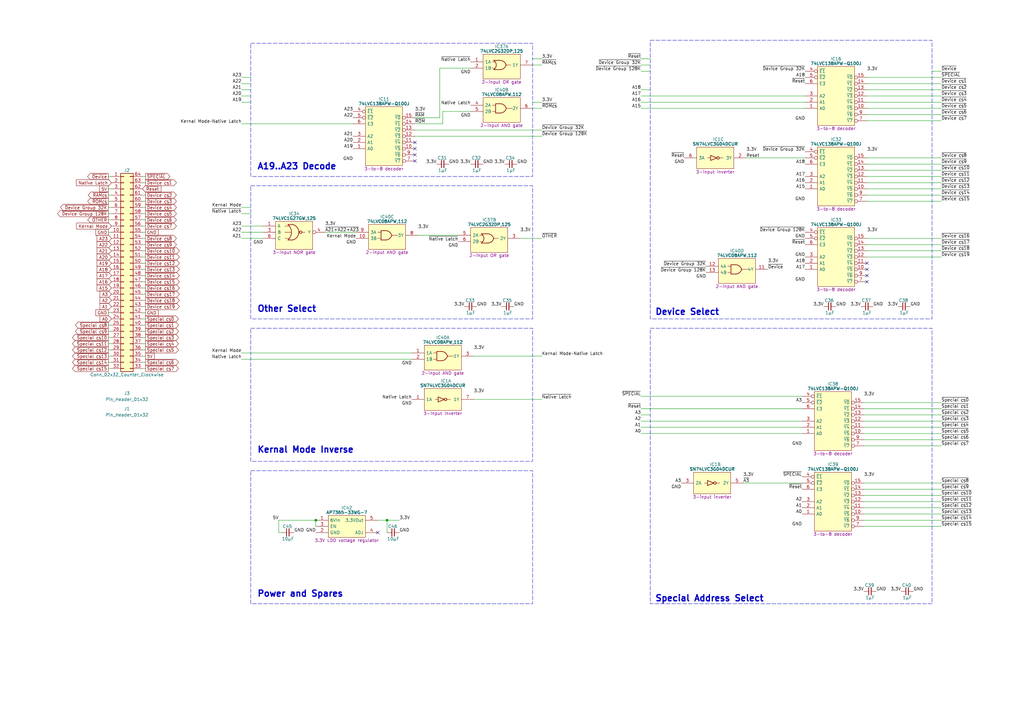
<source format=kicad_sch>
(kicad_sch (version 20231120) (generator "eeschema") (generator_version "8.0")
  (paper "A3")
  (title_block (title "MPU Address Decode Wide") (date "2024-02-15") (rev "V0"))
  (lib_symbols
    (symbol "Connector_Generic:Conn_02x32_Counter_Clockwise" (pin_names (offset 1.016) hide)
      (property "Reference" "J" (at 1.27 40.64 0))
      (property "Value" "Conn_02x32_Counter_Clockwise" (at 1.27 -43.18 0))
      (symbol "Conn_02x32_Counter_Clockwise_1_1"
        (pin passive line (at -5.08 38.1 0) (length 3.81) (name "Pin_1") (number "1"))
        (pin passive line (at -5.08 15.24 0) (length 3.81) (name "Pin_10") (number "10"))
        (pin passive line (at -5.08 12.7 0) (length 3.81) (name "Pin_11") (number "11"))
        (pin passive line (at -5.08 10.16 0) (length 3.81) (name "Pin_12") (number "12"))
        (pin passive line (at -5.08 7.62 0) (length 3.81) (name "Pin_13") (number "13"))
        (pin passive line (at -5.08 5.08 0) (length 3.81) (name "Pin_14") (number "14"))
        (pin passive line (at -5.08 2.54 0) (length 3.81) (name "Pin_15") (number "15"))
        (pin passive line (at -5.08 0 0) (length 3.81) (name "Pin_16") (number "16"))
        (pin passive line (at -5.08 -2.54 0) (length 3.81) (name "Pin_17") (number "17"))
        (pin passive line (at -5.08 -5.08 0) (length 3.81) (name "Pin_18") (number "18"))
        (pin passive line (at -5.08 -7.62 0) (length 3.81) (name "Pin_19") (number "19"))
        (pin passive line (at -5.08 35.56 0) (length 3.81) (name "Pin_2") (number "2"))
        (pin passive line (at -5.08 -10.16 0) (length 3.81) (name "Pin_20") (number "20"))
        (pin passive line (at -5.08 -12.7 0) (length 3.81) (name "Pin_21") (number "21"))
        (pin passive line (at -5.08 -15.24 0) (length 3.81) (name "Pin_22") (number "22"))
        (pin passive line (at -5.08 -17.78 0) (length 3.81) (name "Pin_23") (number "23"))
        (pin passive line (at -5.08 -20.32 0) (length 3.81) (name "Pin_24") (number "24"))
        (pin passive line (at -5.08 -22.86 0) (length 3.81) (name "Pin_25") (number "25"))
        (pin passive line (at -5.08 -25.4 0) (length 3.81) (name "Pin_26") (number "26"))
        (pin passive line (at -5.08 -27.94 0) (length 3.81) (name "Pin_27") (number "27"))
        (pin passive line (at -5.08 -30.48 0) (length 3.81) (name "Pin_28") (number "28"))
        (pin passive line (at -5.08 -33.02 0) (length 3.81) (name "Pin_29") (number "29"))
        (pin passive line (at -5.08 33.02 0) (length 3.81) (name "Pin_3") (number "3"))
        (pin passive line (at -5.08 -35.56 0) (length 3.81) (name "Pin_30") (number "30"))
        (pin passive line (at -5.08 -38.1 0) (length 3.81) (name "Pin_31") (number "31"))
        (pin passive line (at -5.08 -40.64 0) (length 3.81) (name "Pin_32") (number "32"))
        (pin passive line (at 7.62 -40.64 180) (length 3.81) (name "Pin_33") (number "33"))
        (pin passive line (at 7.62 -38.1 180) (length 3.81) (name "Pin_34") (number "34"))
        (pin passive line (at 7.62 -35.56 180) (length 3.81) (name "Pin_35") (number "35"))
        (pin passive line (at 7.62 -33.02 180) (length 3.81) (name "Pin_36") (number "36"))
        (pin passive line (at 7.62 -30.48 180) (length 3.81) (name "Pin_37") (number "37"))
        (pin passive line (at 7.62 -27.94 180) (length 3.81) (name "Pin_38") (number "38"))
        (pin passive line (at 7.62 -25.4 180) (length 3.81) (name "Pin_39") (number "39"))
        (pin passive line (at -5.08 30.48 0) (length 3.81) (name "Pin_4") (number "4"))
        (pin passive line (at 7.62 -22.86 180) (length 3.81) (name "Pin_40") (number "40"))
        (pin passive line (at 7.62 -20.32 180) (length 3.81) (name "Pin_41") (number "41"))
        (pin passive line (at 7.62 -17.78 180) (length 3.81) (name "Pin_42") (number "42"))
        (pin passive line (at 7.62 -15.24 180) (length 3.81) (name "Pin_43") (number "43"))
        (pin passive line (at 7.62 -12.7 180) (length 3.81) (name "Pin_44") (number "44"))
        (pin passive line (at 7.62 -10.16 180) (length 3.81) (name "Pin_45") (number "45"))
        (pin passive line (at 7.62 -7.62 180) (length 3.81) (name "Pin_46") (number "46"))
        (pin passive line (at 7.62 -5.08 180) (length 3.81) (name "Pin_47") (number "47"))
        (pin passive line (at 7.62 -2.54 180) (length 3.81) (name "Pin_48") (number "48"))
        (pin passive line (at 7.62 0 180) (length 3.81) (name "Pin_49") (number "49"))
        (pin passive line (at -5.08 27.94 0) (length 3.81) (name "Pin_5") (number "5"))
        (pin passive line (at 7.62 2.54 180) (length 3.81) (name "Pin_50") (number "50"))
        (pin passive line (at 7.62 5.08 180) (length 3.81) (name "Pin_51") (number "51"))
        (pin passive line (at 7.62 7.62 180) (length 3.81) (name "Pin_52") (number "52"))
        (pin passive line (at 7.62 10.16 180) (length 3.81) (name "Pin_53") (number "53"))
        (pin passive line (at 7.62 12.7 180) (length 3.81) (name "Pin_54") (number "54"))
        (pin passive line (at 7.62 15.24 180) (length 3.81) (name "Pin_55") (number "55"))
        (pin passive line (at 7.62 17.78 180) (length 3.81) (name "Pin_56") (number "56"))
        (pin passive line (at 7.62 20.32 180) (length 3.81) (name "Pin_57") (number "57"))
        (pin passive line (at 7.62 22.86 180) (length 3.81) (name "Pin_58") (number "58"))
        (pin passive line (at 7.62 25.4 180) (length 3.81) (name "Pin_59") (number "59"))
        (pin passive line (at -5.08 25.4 0) (length 3.81) (name "Pin_6") (number "6"))
        (pin passive line (at 7.62 27.94 180) (length 3.81) (name "Pin_60") (number "60"))
        (pin passive line (at 7.62 30.48 180) (length 3.81) (name "Pin_61") (number "61"))
        (pin passive line (at 7.62 33.02 180) (length 3.81) (name "Pin_62") (number "62"))
        (pin passive line (at 7.62 35.56 180) (length 3.81) (name "Pin_63") (number "63"))
        (pin passive line (at 7.62 38.1 180) (length 3.81) (name "Pin_64") (number "64"))
        (pin passive line (at -5.08 22.86 0) (length 3.81) (name "Pin_7") (number "7"))
        (pin passive line (at -5.08 20.32 0) (length 3.81) (name "Pin_8") (number "8"))
        (pin passive line (at -5.08 17.78 0) (length 3.81) (name "Pin_9") (number "9"))
      )
    )
    (symbol "Diodes_Inc:AP7365-33WG-7" (pin_names (offset 0.762))
      (property "Reference" "IC" (at 12.7 5.08 0))
      (property "Value" "AP7365-33WG-7" (at 12.7 3.175 0))
      (property "Description" "3.3V LDO voltage regulator" (at 12.7 -8.255 0))
      (symbol "AP7365-33WG-7_0_0"
        (pin passive line (at 0 -5.08 0) (length 5.08) (name "GND") (number "2"))
        (pin input line (at 0 -2.54 0) (length 5.08) (name "EN") (number "3"))
        (pin passive line (at 25.4 -5.08 180) (length 5.08) (name "ADJ") (number "4"))
      )
      (symbol "AP7365-33WG-7_1_0"
        (pin passive line (at 0 0 0) (length 5.08) (name "6VIn") (number "1"))
        (pin passive line (at 25.4 0 180) (length 5.08) (name "3.3VOut") (number "5"))
      )
    )
    (symbol "HCP65:C_0805" (pin_numbers hide) (pin_names (offset 0.254) hide)
      (property "Reference" "C" (at 2.286 2.54 0))
      (property "Value" "?μF" (at 2.54 -2.54 0))
      (symbol "C_0805_1_1"
        (pin passive line (at 0 0 0) (length 2.032) (name "~") (number "1"))
        (pin passive line (at 5.08 0 180) (length 2.032) (name "~") (number "2"))
      )
    )
    (symbol "HCP65:Pin_Header_01x32" (pin_names (offset 1.016) hide)
      (property "Reference" "J" (at 0 1.27 0))
      (property "Value" "Pin_Header_01x32" (at 0 -1.27 0))
    )
    (symbol "Nexperia:74LVC08APW,112_Multi" (pin_names (offset 0.762))
      (property "Reference" "IC" (at 12.7 6.35 0))
      (property "Value" "74LVC08APW,112" (at 12.7 4.445 0))
      (property "Description" "2-input AND gate" (at 12.7 -8.255 0))
      (symbol "74LVC08APW,112_Multi_0_0"
        (pin passive line (at 25.4 1.27 180) (length 5.08) hide (name "3V") (number "14"))
        (pin passive line (at 0 -5.08 0) (length 5.08) hide (name "GND") (number "7"))
      )
      (symbol "74LVC08APW,112_Multi_1_0"
        (pin input line (at 0 0 0) (length 5.08) (name "1A") (number "1"))
        (pin input line (at 0 -2.54 0) (length 5.08) (name "1B") (number "2"))
        (pin passive line (at 25.4 -1.27 180) (length 5.08) (name "1Y") (number "3"))
      )
      (symbol "74LVC08APW,112_Multi_2_0"
        (pin input line (at 0 0 0) (length 5.08) (name "2A") (number "4"))
        (pin input line (at 0 -2.54 0) (length 5.08) (name "2B") (number "5"))
        (pin output line (at 25.4 -1.27 180) (length 5.08) (name "2Y") (number "6"))
      )
      (symbol "74LVC08APW,112_Multi_3_0"
        (pin input line (at 0 -2.54 0) (length 5.08) (name "3B") (number "10"))
        (pin output line (at 25.4 -1.27 180) (length 5.08) (name "3Y") (number "8"))
        (pin input line (at 0 0 0) (length 5.08) (name "3A") (number "9"))
      )
      (symbol "74LVC08APW,112_Multi_4_0"
        (pin output line (at 25.4 -1.27 180) (length 5.08) (name "4Y") (number "11"))
        (pin input line (at 0 0 0) (length 5.08) (name "4A") (number "12"))
        (pin input line (at 0 -2.54 0) (length 5.08) (name "4B") (number "13"))
      )
    )
    (symbol "Nexperia:74LVC138APW-Q100J" (pin_names (offset 0.762))
      (property "Reference" "IC" (at 12.7 3.175 0))
      (property "Value" "74LVC138APW-Q100J" (at 12.7 1.27 0))
      (property "Description" "3-to-8 decoder" (at 12.7 -25.4 0))
      (symbol "74LVC138APW-Q100J_0_0"
        (pin input line (at 0 -17.145 0) (length 5.08) (name "A0") (number "1"))
        (pin output inverted (at 25.4 -17.145 180) (length 5.08) (name "~{Y5}") (number "10"))
        (pin output inverted (at 25.4 -14.605 180) (length 5.08) (name "~{Y4}") (number "11"))
        (pin output inverted (at 25.4 -12.065 180) (length 5.08) (name "~{Y3}") (number "12"))
        (pin output inverted (at 25.4 -9.525 180) (length 5.08) (name "~{Y2}") (number "13"))
        (pin output inverted (at 25.4 -6.985 180) (length 5.08) (name "~{Y1}") (number "14"))
        (pin output inverted (at 25.4 -4.445 180) (length 5.08) (name "~{Y0}") (number "15"))
        (pin passive line (at 25.4 -1.905 180) (length 5.08) hide (name "3V") (number "16"))
        (pin input line (at 0 -14.605 0) (length 5.08) (name "A1") (number "2"))
        (pin input line (at 0 -12.065 0) (length 5.08) (name "A2") (number "3"))
        (pin input line (at 0 -6.985 0) (length 5.08) (name "E3") (number "6"))
        (pin output inverted (at 25.4 -22.225 180) (length 5.08) (name "~{Y7}") (number "7"))
        (pin passive line (at 0 -22.225 0) (length 5.08) hide (name "GND") (number "8"))
        (pin output inverted (at 25.4 -19.685 180) (length 5.08) (name "~{Y6}") (number "9"))
      )
      (symbol "74LVC138APW-Q100J_1_0"
        (pin input inverted (at 0 -1.905 0) (length 5.08) (name "~{E1}") (number "4"))
        (pin input inverted (at 0 -4.445 0) (length 5.08) (name "~{E2}") (number "5"))
      )
    )
    (symbol "Nexperia:74LVC1G27GW,125" (pin_names (offset 0.762))
      (property "Reference" "IC" (at 12.7 5.08 0))
      (property "Value" "74LVC1G27GW,125" (at 12.7 3.175 0))
      (property "Description" "3-input NOR gate" (at 12.7 -10.795 0))
      (symbol "74LVC1G27GW,125_0_0"
        (pin input line (at 0 0 0) (length 5.08) (name "A") (number "1"))
        (pin passive line (at 0 -7.62 0) (length 5.08) hide (name "GND") (number "2"))
        (pin input line (at 0 -2.54 0) (length 5.08) (name "B") (number "3"))
        (pin passive line (at 25.4 0 180) (length 5.08) hide (name "3V") (number "5"))
        (pin input line (at 0 -5.08 0) (length 5.08) (name "C") (number "6"))
      )
      (symbol "74LVC1G27GW,125_1_0"
        (pin output inverted (at 25.4 -2.54 180) (length 5.08) (name "Y") (number "4"))
      )
    )
    (symbol "Nexperia:74LVC2G32DP,125_Multi" (pin_names (offset 0.762))
      (property "Reference" "IC" (at 12.7 6.35 0))
      (property "Value" "74LVC2G32DP,125" (at 12.7 4.445 0))
      (property "Description" "2-input OR gate" (at 12.7 -8.255 0))
      (symbol "74LVC2G32DP,125_Multi_0_0"
        (pin passive line (at 0 -5.08 0) (length 5.08) hide (name "GND") (number "4"))
        (pin passive line (at 25.4 1.27 180) (length 5.08) hide (name "VCC") (number "8"))
      )
      (symbol "74LVC2G32DP,125_Multi_1_0"
        (pin input line (at 0 0 0) (length 5.08) (name "1A") (number "1"))
        (pin input line (at 0 -2.54 0) (length 5.08) (name "1B") (number "2"))
        (pin output line (at 25.4 -1.27 180) (length 5.08) (name "1Y") (number "7"))
      )
      (symbol "74LVC2G32DP,125_Multi_2_0"
        (pin output line (at 25.4 -1.27 180) (length 5.08) (name "2Y") (number "3"))
        (pin input line (at 0 0 0) (length 5.08) (name "2A") (number "5"))
        (pin input line (at 0 -2.54 0) (length 5.08) (name "2B") (number "6"))
      )
    )
    (symbol "Texas_Instruments:SN74LVC3G04DCUR_Multi" (pin_names (offset 0.762))
      (property "Reference" "IC" (at 13.97 7.62 0))
      (property "Value" "SN74LVC3G04DCUR" (at 12.7 5.715 0))
      (property "Description" "3-input inverter" (at 12.7 -5.715 0))
      (symbol "SN74LVC3G04DCUR_Multi_0_0"
        (pin passive line (at 0 -2.54 0) (length 5.08) hide (name "GND") (number "4"))
        (pin passive line (at 25.4 2.54 180) (length 5.08) hide (name "3V") (number "8"))
      )
      (symbol "SN74LVC3G04DCUR_Multi_1_0"
        (pin input line (at 0 0 0) (length 5.08) (name "1A") (number "1"))
        (pin output line (at 25.4 0 180) (length 5.08) (name "1Y") (number "7"))
      )
      (symbol "SN74LVC3G04DCUR_Multi_2_0"
        (pin input line (at 0 0 0) (length 5.08) (name "2A") (number "3"))
        (pin output line (at 25.4 0 180) (length 5.08) (name "2Y") (number "5"))
      )
      (symbol "SN74LVC3G04DCUR_Multi_3_0"
        (pin output line (at 25.4 0 180) (length 5.08) (name "3Y") (number "2"))
        (pin input line (at 0 0 0) (length 5.08) (name "3A") (number "6"))
      )
    )
  )
  (junction (at 129.54 213.36))
  (junction (at 158.75 213.36))
  (no_connect (at 355.6 110.49))
  (no_connect (at 154.94 218.44))
  (no_connect (at 170.18 63.5))
  (no_connect (at 170.18 60.96))
  (no_connect (at 170.18 58.42))
  (no_connect (at 355.6 107.95))
  (no_connect (at 355.6 115.57))
  (no_connect (at 170.18 66.04))
  (no_connect (at 355.6 113.03))
  (wire (pts (xy 386.08 97.79) (xy 355.6 97.79)))
  (wire (pts (xy 99.06 147.32) (xy 168.91 147.32)))
  (wire (pts (xy 59.69 148.59) (xy 58.42 148.59)))
  (wire (pts (xy 59.69 123.19) (xy 58.42 123.19)))
  (wire (pts (xy 386.08 36.83) (xy 355.6 36.83)))
  (wire (pts (xy 262.89 41.91) (xy 330.2 41.91)))
  (wire (pts (xy 262.89 172.72) (xy 328.93 172.72)))
  (wire (pts (xy 386.08 213.36) (xy 354.33 213.36)))
  (wire (pts (xy 99.06 39.37) (xy 102.87 39.37)))
  (wire (pts (xy 158.75 218.44) (xy 158.75 213.36)))
  (wire (pts (xy 59.69 74.93) (xy 58.42 74.93)))
  (wire (pts (xy 114.3 218.44) (xy 115.57 218.44)))
  (wire (pts (xy 59.69 128.27) (xy 58.42 128.27)))
  (wire (pts (xy 99.06 31.75) (xy 102.87 31.75)))
  (wire (pts (xy 59.69 143.51) (xy 58.42 143.51)))
  (wire (pts (xy 386.08 167.64) (xy 354.33 167.64)))
  (wire (pts (xy 170.18 55.88) (xy 222.25 55.88)))
  (wire (pts (xy 59.69 113.03) (xy 58.42 113.03)))
  (wire (pts (xy 262.89 26.67) (xy 266.7 26.67)))
  (wire (pts (xy 99.06 92.71) (xy 107.95 92.71)))
  (wire (pts (xy 59.69 115.57) (xy 58.42 115.57)))
  (wire (pts (xy 59.69 130.81) (xy 58.42 130.81)))
  (wire (pts (xy 180.34 27.94) (xy 180.34 48.26)))
  (wire (pts (xy 386.08 205.74) (xy 354.33 205.74)))
  (wire (pts (xy 386.08 44.45) (xy 355.6 44.45)))
  (wire (pts (xy 59.69 87.63) (xy 58.42 87.63)))
  (wire (pts (xy 44.45 138.43) (xy 45.72 138.43)))
  (wire (pts (xy 386.08 80.01) (xy 355.6 80.01)))
  (wire (pts (xy 386.08 165.1) (xy 354.33 165.1)))
  (wire (pts (xy 44.45 77.47) (xy 45.72 77.47)))
  (wire (pts (xy 59.69 140.97) (xy 58.42 140.97)))
  (wire (pts (xy 44.45 140.97) (xy 45.72 140.97)))
  (wire (pts (xy 262.89 167.64) (xy 328.93 167.64)))
  (wire (pts (xy 386.08 182.88) (xy 354.33 182.88)))
  (wire (pts (xy 170.18 53.34) (xy 222.25 53.34)))
  (wire (pts (xy 194.31 163.83) (xy 222.25 163.83)))
  (wire (pts (xy 99.06 41.91) (xy 102.87 41.91)))
  (wire (pts (xy 158.75 213.36) (xy 163.83 213.36)))
  (wire (pts (xy 59.69 100.33) (xy 58.42 100.33)))
  (wire (pts (xy 306.07 64.77) (xy 330.2 64.77)))
  (wire (pts (xy 222.25 41.91) (xy 218.44 41.91)))
  (wire (pts (xy 222.25 97.79) (xy 213.36 97.79)))
  (wire (pts (xy 44.45 72.39) (xy 45.72 72.39)))
  (wire (pts (xy 386.08 39.37) (xy 355.6 39.37)))
  (wire (pts (xy 386.08 208.28) (xy 354.33 208.28)))
  (wire (pts (xy 262.89 175.26) (xy 328.93 175.26)))
  (wire (pts (xy 44.45 143.51) (xy 45.72 143.51)))
  (wire (pts (xy 99.06 95.25) (xy 107.95 95.25)))
  (wire (pts (xy 59.69 125.73) (xy 58.42 125.73)))
  (wire (pts (xy 304.8 198.12) (xy 328.93 198.12)))
  (wire (pts (xy 59.69 85.09) (xy 58.42 85.09)))
  (wire (pts (xy 59.69 97.79) (xy 58.42 97.79)))
  (wire (pts (xy 59.69 118.11) (xy 58.42 118.11)))
  (wire (pts (xy 59.69 95.25) (xy 58.42 95.25)))
  (wire (pts (xy 44.45 135.89) (xy 45.72 135.89)))
  (wire (pts (xy 44.45 90.17) (xy 45.72 90.17)))
  (wire (pts (xy 222.25 44.45) (xy 218.44 44.45)))
  (wire (pts (xy 262.89 177.8) (xy 328.93 177.8)))
  (wire (pts (xy 59.69 151.13) (xy 58.42 151.13)))
  (wire (pts (xy 44.45 85.09) (xy 45.72 85.09)))
  (wire (pts (xy 44.45 87.63) (xy 45.72 87.63)))
  (wire (pts (xy 59.69 90.17) (xy 58.42 90.17)))
  (wire (pts (xy 99.06 50.8) (xy 144.78 50.8)))
  (wire (pts (xy 59.69 120.65) (xy 58.42 120.65)))
  (wire (pts (xy 386.08 177.8) (xy 354.33 177.8)))
  (wire (pts (xy 180.34 27.94) (xy 193.04 27.94)))
  (wire (pts (xy 386.08 82.55) (xy 355.6 82.55)))
  (wire (pts (xy 386.08 170.18) (xy 354.33 170.18)))
  (wire (pts (xy 44.45 95.25) (xy 45.72 95.25)))
  (wire (pts (xy 44.45 133.35) (xy 45.72 133.35)))
  (wire (pts (xy 99.06 36.83) (xy 102.87 36.83)))
  (wire (pts (xy 386.08 200.66) (xy 354.33 200.66)))
  (wire (pts (xy 99.06 85.09) (xy 102.87 85.09)))
  (wire (pts (xy 262.89 162.56) (xy 328.93 162.56)))
  (wire (pts (xy 44.45 148.59) (xy 45.72 148.59)))
  (wire (pts (xy 59.69 105.41) (xy 58.42 105.41)))
  (wire (pts (xy 44.45 128.27) (xy 45.72 128.27)))
  (wire (pts (xy 386.08 210.82) (xy 354.33 210.82)))
  (wire (pts (xy 129.54 213.36) (xy 129.54 215.9)))
  (wire (pts (xy 386.08 69.85) (xy 355.6 69.85)))
  (wire (pts (xy 133.35 95.25) (xy 146.05 95.25)))
  (wire (pts (xy 262.89 44.45) (xy 330.2 44.45)))
  (wire (pts (xy 222.25 146.05) (xy 194.31 146.05)))
  (wire (pts (xy 222.25 26.67) (xy 218.44 26.67)))
  (wire (pts (xy 99.06 144.78) (xy 168.91 144.78)))
  (wire (pts (xy 386.08 105.41) (xy 355.6 105.41)))
  (wire (pts (xy 99.06 97.79) (xy 107.95 97.79)))
  (wire (pts (xy 181.61 45.72) (xy 181.61 50.8)))
  (wire (pts (xy 59.69 72.39) (xy 58.42 72.39)))
  (wire (pts (xy 386.08 64.77) (xy 355.6 64.77)))
  (wire (pts (xy 154.94 213.36) (xy 158.75 213.36)))
  (wire (pts (xy 59.69 80.01) (xy 58.42 80.01)))
  (wire (pts (xy 114.3 213.36) (xy 114.3 218.44)))
  (wire (pts (xy 44.45 151.13) (xy 45.72 151.13)))
  (wire (pts (xy 44.45 146.05) (xy 45.72 146.05)))
  (wire (pts (xy 59.69 107.95) (xy 58.42 107.95)))
  (wire (pts (xy 262.89 39.37) (xy 330.2 39.37)))
  (wire (pts (xy 99.06 34.29) (xy 102.87 34.29)))
  (wire (pts (xy 44.45 80.01) (xy 45.72 80.01)))
  (wire (pts (xy 59.69 133.35) (xy 58.42 133.35)))
  (wire (pts (xy 386.08 72.39) (xy 355.6 72.39)))
  (wire (pts (xy 386.08 175.26) (xy 354.33 175.26)))
  (wire (pts (xy 99.06 87.63) (xy 102.87 87.63)))
  (wire (pts (xy 386.08 100.33) (xy 355.6 100.33)))
  (wire (pts (xy 386.08 180.34) (xy 354.33 180.34)))
  (wire (pts (xy 170.18 48.26) (xy 180.34 48.26)))
  (wire (pts (xy 262.89 170.18) (xy 266.7 170.18)))
  (wire (pts (xy 170.18 50.8) (xy 181.61 50.8)))
  (wire (pts (xy 386.08 203.2) (xy 354.33 203.2)))
  (wire (pts (xy 59.69 102.87) (xy 58.42 102.87)))
  (wire (pts (xy 59.69 135.89) (xy 58.42 135.89)))
  (wire (pts (xy 386.08 34.29) (xy 355.6 34.29)))
  (wire (pts (xy 386.08 46.99) (xy 355.6 46.99)))
  (wire (pts (xy 386.08 67.31) (xy 355.6 67.31)))
  (wire (pts (xy 262.89 36.83) (xy 266.7 36.83)))
  (wire (pts (xy 59.69 146.05) (xy 58.42 146.05)))
  (wire (pts (xy 262.89 24.13) (xy 266.7 24.13)))
  (wire (pts (xy 386.08 41.91) (xy 355.6 41.91)))
  (wire (pts (xy 386.08 49.53) (xy 355.6 49.53)))
  (wire (pts (xy 382.27 29.21) (xy 386.08 29.21)))
  (wire (pts (xy 181.61 45.72) (xy 193.04 45.72)))
  (wire (pts (xy 59.69 82.55) (xy 58.42 82.55)))
  (wire (pts (xy 44.45 82.55) (xy 45.72 82.55)))
  (wire (pts (xy 386.08 77.47) (xy 355.6 77.47)))
  (wire (pts (xy 59.69 92.71) (xy 58.42 92.71)))
  (wire (pts (xy 386.08 31.75) (xy 355.6 31.75)))
  (wire (pts (xy 262.89 29.21) (xy 266.7 29.21)))
  (wire (pts (xy 386.08 215.9) (xy 354.33 215.9)))
  (wire (pts (xy 386.08 198.12) (xy 354.33 198.12)))
  (wire (pts (xy 59.69 110.49) (xy 58.42 110.49)))
  (wire (pts (xy 386.08 172.72) (xy 354.33 172.72)))
  (wire (pts (xy 114.3 213.36) (xy 129.54 213.36)))
  (wire (pts (xy 222.25 24.13) (xy 218.44 24.13)))
  (wire (pts (xy 386.08 74.93) (xy 355.6 74.93)))
  (wire (pts (xy 171.45 96.52) (xy 187.96 96.52)))
  (wire (pts (xy 386.08 102.87) (xy 355.6 102.87)))
  (wire (pts (xy 59.69 138.43) (xy 58.42 138.43)))
  (rectangle (start 266.7 16.51) (end 382.27 130.81) (stroke (width 0) (type dash)))
  (rectangle (start 102.87 17.78) (end 218.44 72.39) (stroke (width 0) (type dash)))
  (rectangle (start 102.87 193.04) (end 218.44 247.65) (stroke (width 0) (type dash)))
  (rectangle (start 266.7 134.62) (end 382.27 247.65) (stroke (width 0) (type dash)))
  (rectangle (start 102.87 76.2) (end 218.44 130.81) (stroke (width 0) (type dash)))
  (rectangle (start 102.87 134.62) (end 218.44 189.23) (stroke (width 0) (type dash)))
  (text "A19..A23 Decode" (at 105.41 69.85 0) (effects (font (size 2.54 2.54) (thickness 0.508) (bold yes)) (justify left bottom)))
  (text "Power and Spares" (at 105.41 245.11 0) (effects (font (size 2.54 2.54) (thickness 0.508) (bold yes)) (justify left bottom)))
  (text "Special Address Select" (at 268.605 247.015 0) (effects (font (size 2.54 2.54) (thickness 0.508) (bold yes)) (justify left bottom)))
  (text "Kernal Mode Inverse" (at 105.41 186.055 0) (effects (font (size 2.54 2.54) (thickness 0.508) (bold yes)) (justify left bottom)))
  (text "Device Select" (at 268.605 129.54 0) (effects (font (size 2.54 2.54) (thickness 0.508) (bold yes)) (justify left bottom)))
  (text "Other Select" (at 105.41 128.27 0) (effects (font (size 2.54 2.54) (thickness 0.508) (bold yes)) (justify left bottom)))
  (label "A23" (at 99.06 92.71 180))
  (label "A3" (at 262.89 170.18 180))
  (label "~{Device}" (at 314.96 110.49 0))
  (label "3.3V" (at 213.36 95.25 0))
  (label "A15" (at 262.89 44.45 180))
  (label "3.3V" (at 133.35 92.71 0))
  (label "A19" (at 99.06 41.91 180))
  (label "GND" (at 358.14 125.73 0))
  (label "A15" (at 330.2 77.47 180))
  (label "3.3V" (at 304.8 195.58 0))
  (label "GND" (at 330.2 115.57 180))
  (label "3.3V" (at 355.6 95.25 0))
  (label "GND" (at 330.2 105.41 180))
  (label "3.3V" (at 369.57 242.57 180))
  (label "GND" (at 373.38 125.73 0))
  (label "A2" (at 262.89 172.72 180))
  (label "~{Special _{CS}12}" (at 386.08 208.28 0))
  (label "~{Special _{CS}7}" (at 386.08 182.88 0))
  (label "~{Special _{CS}15}" (at 386.08 215.9 0))
  (label "A22" (at 144.78 48.26 180))
  (label "GND" (at 129.54 218.44 180))
  (label "GND" (at 168.91 166.37 180))
  (label "3.3V" (at 170.18 45.72 0))
  (label "3.3V" (at 368.3 125.73 180))
  (label "A21" (at 99.06 36.83 180))
  (label "~{Special _{CS}3}" (at 386.08 172.72 0))
  (label "~{Reset}" (at 262.89 167.64 180))
  (label "A17" (at 330.2 110.49 180))
  (label "~{Device _{CS}18}" (at 386.08 102.87 0))
  (label "A3" (at 328.93 165.1 180))
  (label "~{ROM_{CS}}" (at 222.25 44.45 0))
  (label "~{Special _{CS}5}" (at 386.08 177.8 0))
  (label "~{Native Latch}" (at 222.25 163.83 0))
  (label "3.3V" (at 179.07 67.31 180))
  (label "3.3V" (at 355.6 29.21 0))
  (label "3.3V" (at 222.25 24.13 0))
  (label "A3" (at 279.4 198.12 180))
  (label "A17" (at 262.89 39.37 180))
  (label "~{Device Group 32K}" (at 330.2 29.21 180))
  (label "~{Special _{CS}2}" (at 386.08 170.18 0))
  (label "~{Device _{CS}16}" (at 386.08 97.79 0))
  (label "GND" (at 280.67 67.31 180))
  (label "~{Device _{CS}8}" (at 386.08 64.77 0))
  (label "A0" (at 328.93 210.82 180))
  (label "A22" (at 99.06 34.29 180))
  (label "GND" (at 279.4 200.66 180))
  (label "3.3V" (at 314.96 107.95 0))
  (label "~{Device _{CS}17}" (at 386.08 100.33 0))
  (label "~{Native Latch}" (at 99.06 87.63 180))
  (label "3.3V" (at 163.83 213.36 0))
  (label "~{Device Group 32K}" (at 289.56 109.22 180))
  (label "~{RAM_{CS}}" (at 222.25 26.67 0))
  (label "GND" (at 359.41 242.57 0))
  (label "A20" (at 99.06 39.37 180))
  (label "Kernal Mode" (at 99.06 144.78 180))
  (label "~{Device Group 32K}" (at 262.89 26.67 180))
  (label "~{Device _{CS}3}" (at 386.08 39.37 0))
  (label "Reset" (at 306.07 64.77 0))
  (label "Native Latch" (at 99.06 147.32 180))
  (label "A0" (at 262.89 177.8 180))
  (label "~{Device _{CS}13}" (at 386.08 77.47 0))
  (label "~{Device}" (at 386.08 29.21 0))
  (label "GND" (at 328.93 215.9 180))
  (label "~{Device _{CS}9}" (at 386.08 67.31 0))
  (label "~{Device Group 32K}" (at 222.25 53.34 0))
  (label "3.3V" (at 337.82 125.73 180))
  (label "Native Latch" (at 168.91 163.83 180))
  (label "~{Native Latch}" (at 193.04 25.4 180))
  (label "~{Special _{CS}9}" (at 386.08 200.66 0))
  (label "A18" (at 330.2 107.95 180))
  (label "~{Special _{CS}8}" (at 386.08 198.12 0))
  (label "~{A21+A22+A23}" (at 133.35 95.25 0))
  (label "A19" (at 144.78 60.96 180))
  (label "A21" (at 144.78 55.88 180))
  (label "~{Device _{CS}19}" (at 386.08 105.41 0))
  (label "~{Reset}" (at 280.67 64.77 180))
  (label "GND" (at 289.56 114.3 180))
  (label "~{Device _{CS}5}" (at 386.08 44.45 0))
  (label "3.3V" (at 205.74 125.73 180))
  (label "~{Device _{CS}2}" (at 386.08 36.83 0))
  (label "A16" (at 330.2 74.93 180))
  (label "~{SPECIAL}" (at 262.89 162.56 180))
  (label "~{Special _{CS}10}" (at 386.08 203.2 0))
  (label "GND" (at 374.65 242.57 0))
  (label "GND" (at 330.2 97.79 180))
  (label "A18" (at 262.89 36.83 180))
  (label "3.3V" (at 355.6 62.23 0))
  (label "~{Device _{CS}1}" (at 386.08 34.29 0))
  (label "GND" (at 184.15 67.31 0))
  (label "GND" (at 212.09 67.31 0))
  (label "3.3V" (at 194.31 143.51 0))
  (label "~{Reset}" (at 328.93 200.66 180))
  (label "GND" (at 193.04 48.26 180))
  (label "GND" (at 210.82 125.73 0))
  (label "~{Device Group 128K}" (at 262.89 29.21 180))
  (label "A20" (at 144.78 58.42 180))
  (label "~{Device _{CS}12}" (at 386.08 74.93 0))
  (label "~{A3}" (at 304.8 198.12 0))
  (label "~{Device Group 128K}" (at 222.25 55.88 0))
  (label "GND" (at 107.95 100.33 180))
  (label "A18" (at 330.2 31.75 180))
  (label "3.3V" (at 353.06 125.73 180))
  (label "3.3V" (at 354.33 242.57 180))
  (label "GND" (at 195.58 125.73 0))
  (label "~{Special _{CS}6}" (at 386.08 180.34 0))
  (label "~{RAM}" (at 170.18 48.26 0))
  (label "A18" (at 330.2 67.31 180))
  (label "~{SPECIAL}" (at 328.93 195.58 180))
  (label "A23" (at 99.06 31.75 180))
  (label "3.3V" (at 306.07 62.23 0))
  (label "~{Device _{CS}14}" (at 386.08 80.01 0))
  (label "3.3V" (at 193.04 67.31 180))
  (label "GND" (at 330.2 49.53 180))
  (label "3.3V" (at 354.33 162.56 0))
  (label "~{Device Group 32K}" (at 330.2 62.23 180))
  (label "~{Native Latch}" (at 187.96 99.06 180))
  (label "3.3V" (at 194.31 161.29 0))
  (label "A16" (at 262.89 41.91 180))
  (label "GND" (at 163.83 218.44 0))
  (label "~{Special _{CS}11}" (at 386.08 205.74 0))
  (label "A17" (at 330.2 72.39 180))
  (label "~{Reset}" (at 262.89 24.13 180))
  (label "~{SPECIAL}" (at 386.08 31.75 0))
  (label "Kernal Mode·Native Latch" (at 222.25 146.05 0))
  (label "Native Latch" (at 193.04 43.18 180))
  (label "GND" (at 146.05 100.33 180))
  (label "~{Device Group 128K}" (at 289.56 111.76 180))
  (label "~{OTHER}" (at 222.25 97.79 0))
  (label "GND" (at 328.93 182.88 180))
  (label "5V" (at 114.3 213.36 180))
  (label "A23" (at 144.78 45.72 180))
  (label "Kernal Mode·Native Latch" (at 99.06 50.8 180))
  (label "~{Device _{CS}11}" (at 386.08 72.39 0))
  (label "Kernal Mode" (at 99.06 85.09 180))
  (label "A2" (at 328.93 205.74 180))
  (label "~{Device Group 128K}" (at 330.2 95.25 180))
  (label "3.3V" (at 171.45 93.98 0))
  (label "3.3V" (at 207.01 67.31 180))
  (label "GND" (at 193.04 30.48 180))
  (label "3.3V" (at 354.33 195.58 0))
  (label "~{Special _{CS}1}" (at 386.08 167.64 0))
  (label "GND" (at 198.12 67.31 0))
  (label "Kernal Mode" (at 146.05 97.79 180))
  (label "~{Special _{CS}4}" (at 386.08 175.26 0))
  (label "~{Special _{CS}14}" (at 386.08 213.36 0))
  (label "~{Special _{CS}0}" (at 386.08 165.1 0))
  (label "3.3V" (at 222.25 41.91 0))
  (label "GND" (at 144.78 66.04 180))
  (label "GND" (at 168.91 149.86 180))
  (label "~{Device _{CS}4}" (at 386.08 41.91 0))
  (label "GND" (at 120.65 218.44 0))
  (label "3.3V" (at 190.5 125.73 180))
  (label "~{Device _{CS}15}" (at 386.08 82.55 0))
  (label "~{Device _{CS}6}" (at 386.08 46.99 0))
  (label "A21" (at 99.06 97.79 180))
  (label "GND" (at 342.9 125.73 0))
  (label "~{ROM}" (at 170.18 50.8 0))
  (label "~{Reset}" (at 330.2 100.33 180))
  (label "~{Device _{CS}7}" (at 386.08 49.53 0))
  (label "GND" (at 330.2 82.55 180))
  (label "~{Reset}" (at 330.2 34.29 180))
  (label "A1" (at 328.93 208.28 180))
  (label "~{Special _{CS}13}" (at 386.08 210.82 0))
  (label "A1" (at 262.89 175.26 180))
  (label "GND" (at 187.96 101.6 180))
  (label "~{Device _{CS}10}" (at 386.08 69.85 0))
  (label "A22" (at 99.06 95.25 180))
  (global_label "~{Device _{CS}6}" (shape output) (at 59.69 90.17 0) (property "Intersheetrefs" "${INTERSHEET_REFS}" (effects (hide yes))))
  (global_label "~{Device _{CS}11}" (shape output) (at 59.69 105.41 0) (property "Intersheetrefs" "${INTERSHEET_REFS}" (effects (hide yes))))
  (global_label "A0" (shape input) (at 45.72 130.81 180) (property "Intersheetrefs" "${INTERSHEET_REFS}" (effects (hide yes))))
  (global_label "Kernal Mode" (shape input) (at 45.72 92.71 180) (property "Intersheetrefs" "${INTERSHEET_REFS}" (effects (hide yes))))
  (global_label "~{SPECIAL}" (shape output) (at 59.69 72.39 0) (property "Intersheetrefs" "${INTERSHEET_REFS}" (effects (hide yes))))
  (global_label "~{Special _{CS}11}" (shape output) (at 44.45 140.97 180) (property "Intersheetrefs" "${INTERSHEET_REFS}" (effects (hide yes))))
  (global_label "~{Special _{CS}13}" (shape output) (at 44.45 146.05 180) (property "Intersheetrefs" "${INTERSHEET_REFS}" (effects (hide yes))))
  (global_label "~{Device _{CS}9}" (shape output) (at 59.69 100.33 0) (property "Intersheetrefs" "${INTERSHEET_REFS}" (effects (hide yes))))
  (global_label "~{Device _{CS}13}" (shape output) (at 59.69 110.49 0) (property "Intersheetrefs" "${INTERSHEET_REFS}" (effects (hide yes))))
  (global_label "~{Special _{CS}12}" (shape output) (at 44.45 143.51 180) (property "Intersheetrefs" "${INTERSHEET_REFS}" (effects (hide yes))))
  (global_label "~{Special _{CS}9}" (shape output) (at 44.45 135.89 180) (property "Intersheetrefs" "${INTERSHEET_REFS}" (effects (hide yes))))
  (global_label "~{Device _{CS}5}" (shape output) (at 59.69 87.63 0) (property "Intersheetrefs" "${INTERSHEET_REFS}" (effects (hide yes))))
  (global_label "A23" (shape input) (at 45.72 97.79 180) (property "Intersheetrefs" "${INTERSHEET_REFS}" (effects (hide yes))))
  (global_label "A15" (shape input) (at 45.72 118.11 180) (property "Intersheetrefs" "${INTERSHEET_REFS}" (effects (hide yes))))
  (global_label "A3" (shape input) (at 45.72 120.65 180) (property "Intersheetrefs" "${INTERSHEET_REFS}" (effects (hide yes))))
  (global_label "~{Device _{CS}17}" (shape output) (at 59.69 120.65 0) (property "Intersheetrefs" "${INTERSHEET_REFS}" (effects (hide yes))))
  (global_label "A16" (shape input) (at 45.72 115.57 180) (property "Intersheetrefs" "${INTERSHEET_REFS}" (effects (hide yes))))
  (global_label "~{Device Group 128K}" (shape output) (at 44.45 87.63 180) (property "Intersheetrefs" "${INTERSHEET_REFS}" (effects (hide yes))))
  (global_label "~{Device _{CS}8}" (shape output) (at 59.69 97.79 0) (property "Intersheetrefs" "${INTERSHEET_REFS}" (effects (hide yes))))
  (global_label "~{Special _{CS}2}" (shape output) (at 59.69 135.89 0) (property "Intersheetrefs" "${INTERSHEET_REFS}" (effects (hide yes))))
  (global_label "~{Device _{CS}10}" (shape output) (at 59.69 102.87 0) (property "Intersheetrefs" "${INTERSHEET_REFS}" (effects (hide yes))))
  (global_label "~{Special _{CS}7}" (shape output) (at 59.69 151.13 0) (property "Intersheetrefs" "${INTERSHEET_REFS}" (effects (hide yes))))
  (global_label "5V" (shape passive) (at 44.45 77.47 180) (property "Intersheetrefs" "${INTERSHEET_REFS}" (effects (hide yes))))
  (global_label "~{Special _{CS}14}" (shape output) (at 44.45 148.59 180) (property "Intersheetrefs" "${INTERSHEET_REFS}" (effects (hide yes))))
  (global_label "~{Device _{CS}3}" (shape output) (at 59.69 82.55 0) (property "Intersheetrefs" "${INTERSHEET_REFS}" (effects (hide yes))))
  (global_label "A1" (shape input) (at 45.72 125.73 180) (property "Intersheetrefs" "${INTERSHEET_REFS}" (effects (hide yes))))
  (global_label "~{Device _{CS}19}" (shape output) (at 59.69 125.73 0) (property "Intersheetrefs" "${INTERSHEET_REFS}" (effects (hide yes))))
  (global_label "GND" (shape passive) (at 44.45 128.27 180) (property "Intersheetrefs" "${INTERSHEET_REFS}" (effects (hide yes))))
  (global_label "~{Special _{CS}3}" (shape output) (at 59.69 138.43 0) (property "Intersheetrefs" "${INTERSHEET_REFS}" (effects (hide yes))))
  (global_label "~{Device}" (shape output) (at 44.45 72.39 180) (property "Intersheetrefs" "${INTERSHEET_REFS}" (effects (hide yes))))
  (global_label "~{Special _{CS}8}" (shape output) (at 44.45 133.35 180) (property "Intersheetrefs" "${INTERSHEET_REFS}" (effects (hide yes))))
  (global_label "~{RAM_{CS}}" (shape output) (at 44.45 80.01 180) (property "Intersheetrefs" "${INTERSHEET_REFS}" (effects (hide yes))))
  (global_label "~{Special _{CS}10}" (shape output) (at 44.45 138.43 180) (property "Intersheetrefs" "${INTERSHEET_REFS}" (effects (hide yes))))
  (global_label "~{Special _{CS}1}" (shape output) (at 59.69 133.35 0) (property "Intersheetrefs" "${INTERSHEET_REFS}" (effects (hide yes))))
  (global_label "GND" (shape passive) (at 59.69 95.25 0) (property "Intersheetrefs" "${INTERSHEET_REFS}" (effects (hide yes))))
  (global_label "~{Special _{CS}6}" (shape output) (at 59.69 148.59 0) (property "Intersheetrefs" "${INTERSHEET_REFS}" (effects (hide yes))))
  (global_label "~{Special _{CS}0}" (shape output) (at 59.69 130.81 0) (property "Intersheetrefs" "${INTERSHEET_REFS}" (effects (hide yes))))
  (global_label "GND" (shape passive) (at 44.45 95.25 180) (property "Intersheetrefs" "${INTERSHEET_REFS}" (effects (hide yes))))
  (global_label "~{Device _{CS}2}" (shape output) (at 59.69 80.01 0) (property "Intersheetrefs" "${INTERSHEET_REFS}" (effects (hide yes))))
  (global_label "GND" (shape passive) (at 59.69 128.27 0) (property "Intersheetrefs" "${INTERSHEET_REFS}" (effects (hide yes))))
  (global_label "~{Device _{CS}1}" (shape output) (at 59.69 74.93 0) (property "Intersheetrefs" "${INTERSHEET_REFS}" (effects (hide yes))))
  (global_label "~{Device _{CS}16}" (shape output) (at 59.69 118.11 0) (property "Intersheetrefs" "${INTERSHEET_REFS}" (effects (hide yes))))
  (global_label "~{Device Group 32K}" (shape output) (at 44.45 85.09 180) (property "Intersheetrefs" "${INTERSHEET_REFS}" (effects (hide yes))))
  (global_label "~{ROM_{CS}}" (shape output) (at 44.45 82.55 180) (property "Intersheetrefs" "${INTERSHEET_REFS}" (effects (hide yes))))
  (global_label "~{Device _{CS}4}" (shape output) (at 59.69 85.09 0) (property "Intersheetrefs" "${INTERSHEET_REFS}" (effects (hide yes))))
  (global_label "~{Special _{CS}15}" (shape output) (at 44.45 151.13 180) (property "Intersheetrefs" "${INTERSHEET_REFS}" (effects (hide yes))))
  (global_label "~{OTHER}" (shape output) (at 44.45 90.17 180) (property "Intersheetrefs" "${INTERSHEET_REFS}" (effects (hide yes))))
  (global_label "A20" (shape input) (at 45.72 105.41 180) (property "Intersheetrefs" "${INTERSHEET_REFS}" (effects (hide yes))))
  (global_label "~{Device _{CS}18}" (shape output) (at 59.69 123.19 0) (property "Intersheetrefs" "${INTERSHEET_REFS}" (effects (hide yes))))
  (global_label "A2" (shape input) (at 45.72 123.19 180) (property "Intersheetrefs" "${INTERSHEET_REFS}" (effects (hide yes))))
  (global_label "~{Device _{CS}14}" (shape output) (at 59.69 113.03 0) (property "Intersheetrefs" "${INTERSHEET_REFS}" (effects (hide yes))))
  (global_label "~{Device _{CS}7}" (shape output) (at 59.69 92.71 0) (property "Intersheetrefs" "${INTERSHEET_REFS}" (effects (hide yes))))
  (global_label "A19" (shape input) (at 45.72 107.95 180) (property "Intersheetrefs" "${INTERSHEET_REFS}" (effects (hide yes))))
  (global_label "A17" (shape input) (at 45.72 113.03 180) (property "Intersheetrefs" "${INTERSHEET_REFS}" (effects (hide yes))))
  (global_label "A22" (shape input) (at 45.72 100.33 180) (property "Intersheetrefs" "${INTERSHEET_REFS}" (effects (hide yes))))
  (global_label "~{Device _{CS}15}" (shape output) (at 59.69 115.57 0) (property "Intersheetrefs" "${INTERSHEET_REFS}" (effects (hide yes))))
  (global_label "5V" (shape passive) (at 59.69 146.05 0) (property "Intersheetrefs" "${INTERSHEET_REFS}" (effects (hide yes))))
  (global_label "A18" (shape input) (at 45.72 110.49 180) (property "Intersheetrefs" "${INTERSHEET_REFS}" (effects (hide yes))))
  (global_label "~{Special _{CS}5}" (shape output) (at 59.69 143.51 0) (property "Intersheetrefs" "${INTERSHEET_REFS}" (effects (hide yes))))
  (global_label "~{Reset}" (shape input) (at 58.42 77.47 0) (property "Intersheetrefs" "${INTERSHEET_REFS}" (effects (hide yes))))
  (global_label "~{Device _{CS}12}" (shape output) (at 59.69 107.95 0) (property "Intersheetrefs" "${INTERSHEET_REFS}" (effects (hide yes))))
  (global_label "~{Special _{CS}4}" (shape output) (at 59.69 140.97 0) (property "Intersheetrefs" "${INTERSHEET_REFS}" (effects (hide yes))))
  (global_label "A21" (shape input) (at 45.72 102.87 180) (property "Intersheetrefs" "${INTERSHEET_REFS}" (effects (hide yes))))
  (global_label "Native Latch" (shape input) (at 45.72 74.93 180) (property "Intersheetrefs" "${INTERSHEET_REFS}" (effects (hide yes))))
  (symbol (lib_id "HCP65:C_0805") (at 353.06 125.73 0) (unit 1)
    (property "Reference" "C37" (at 355.346 123.19 0))
    (property "Value" "1μF" (at 355.6 128.27 0))
    (property "Footprint" "SamacSys_Parts:C_0805" (effects (hide yes)))
  )
  (symbol (lib_id "HCP65:C_0805") (at 368.3 125.73 0) (unit 1)
    (property "Reference" "C38" (at 370.586 123.19 0))
    (property "Value" "1μF" (at 370.84 128.27 0))
    (property "Footprint" "SamacSys_Parts:C_0805" (effects (hide yes)))
  )
  (symbol (lib_id "Texas_Instruments:SN74LVC3G04DCUR_Multi") (at 168.91 163.83 0) (unit 1)
    (property "Reference" "IC1" (at 182.88 156.21 0))
    (property "Value" "SN74LVC3G04DCUR" (at 181.61 158.115 0) (effects (font (bold yes))))
    (property "Footprint" "SamacSys_Parts:SOP50P310X90-8N" (effects (hide yes)))
    (property "Datasheet" "http://www.ti.com/lit/gpn/sn74lvc3g04" (effects (hide yes)))
    (property "Description" "3-input inverter" (at 181.61 169.545 0))
    (property "Height" "0.9" (effects (hide yes)))
    (property "Manufacturer_Name" "Texas Instruments" (effects (hide yes)))
    (property "Manufacturer_Part_Number" "SN74LVC3G04DCUR" (effects (hide yes)))
    (property "Mouser Part Number" "595-SN74LVC3G04DCUR" (effects (hide yes)))
    (property "Mouser Price/Stock" "https://www.mouser.co.uk/ProductDetail/Texas-Instruments/SN74LVC3G04DCUR?qs=vxEfx8VrU7ChLh1GswJlmg%3D%3D" (effects (hide yes)))
    (property "Silkscreen" "'3G04" (effects (hide yes)))
    (property "Garbage" "TRIPLE INVERTER GATE" (effects (hide yes)))
  )
  (symbol (lib_id "Nexperia:74LVC1G27GW,125") (at 107.95 92.71 0) (unit 1)
    (property "Reference" "IC34" (at 120.65 87.63 0))
    (property "Value" "74LVC1G27GW,125" (at 120.65 89.535 0) (effects (font (bold yes))))
    (property "Footprint" "SamacSys_Parts:SOP65P210X110-6N" (effects (hide yes)))
    (property "Datasheet" "https://assets.nexperia.com/documents/data-sheet/74LVC1G27.pdf" (effects (hide yes)))
    (property "Description" "3-input NOR gate" (at 120.65 103.505 0))
    (property "Height" "1.1" (effects (hide yes)))
    (property "Mouser Part Number" "771-74LVC1G27GW125" (effects (hide yes)))
    (property "Mouser Price/Stock" "https://www.mouser.co.uk/ProductDetail/Nexperia/74LVC1G27GW125?qs=NQoTdinTi9Fjyw3yj%2FzFLA%3D%3D" (effects (hide yes)))
    (property "Manufacturer_Name" "Nexperia" (effects (hide yes)))
    (property "Manufacturer_Part_Number" "74LVC1G27GW,125" (effects (hide yes)))
    (property "Silkscreen" "'1G27" (effects (hide yes)))
    (property "Garbage" "74LVC1G27 - Single 3-input NOR gate@en-us" (effects (hide yes)))
  )
  (symbol (lib_id "Connector_Generic:Conn_02x32_Counter_Clockwise") (at 50.8 110.49 0) (unit 1)
    (property "Reference" "J2" (at 52.07 69.85 0))
    (property "Value" "Conn_02x32_Counter_Clockwise" (at 52.07 153.67 0))
    (property "Footprint" "SamacSys_Parts:DIP-64_Board_W15.24mm" (effects (hide yes)))
    (property "Description" "Generic connector, double row, 02x32, counter clockwise pin numbering scheme (similar to DIP package numbering), script generated (kicad-library-utils/schlib/autogen/connector/)" (effects (hide yes)))
  )
  (symbol (lib_id "HCP65:C_0805") (at 190.5 125.73 0) (unit 1)
    (property "Reference" "C33" (at 192.786 123.19 0))
    (property "Value" "1μF" (at 193.04 128.27 0))
    (property "Footprint" "SamacSys_Parts:C_0805" (effects (hide yes)))
  )
  (symbol (lib_id "Nexperia:74LVC08APW,112_Multi") (at 193.04 43.18 0) (unit 2)
    (property "Reference" "IC40" (at 205.74 36.83 0))
    (property "Value" "74LVC08APW,112" (at 205.74 38.735 0) (effects (font (bold yes))))
    (property "Footprint" "SamacSys_Parts:SOP65P640X110-14N" (effects (hide yes)))
    (property "Datasheet" "https://assets.nexperia.com/documents/data-sheet/74LVC08A.pdf" (effects (hide yes)))
    (property "Description" "2-input AND gate" (at 205.74 51.435 0))
    (property "Height" "1.1" (effects (hide yes)))
    (property "Manufacturer_Name" "Nexperia" (effects (hide yes)))
    (property "Manufacturer_Part_Number" "74LVC08APW,112" (effects (hide yes)))
    (property "Mouser Part Number" "771-74LVC08APW" (effects (hide yes)))
    (property "Mouser Price/Stock" "https://www.mouser.com/Search/Refine.aspx?Keyword=771-74LVC08APW" (effects (hide yes)))
    (property "Silkscreen" "74LVC08" (effects (hide yes)))
  )
  (symbol (lib_id "HCP65:C_0805") (at 115.57 218.44 0) (unit 1)
    (property "Reference" "C45" (at 117.856 215.9 0))
    (property "Value" "10μF" (at 118.11 220.98 0))
    (property "Footprint" "SamacSys_Parts:C_0805" (effects (hide yes)))
  )
  (symbol (lib_id "Diodes_Inc:AP7365-33WG-7") (at 129.54 213.36 0) (unit 1)
    (property "Reference" "IC42" (at 142.24 208.28 0))
    (property "Value" "AP7365-33WG-7" (at 142.24 210.185 0) (effects (font (bold yes))))
    (property "Footprint" "SamacSys_Parts:SOT95P285X130-5N" (effects (hide yes)))
    (property "Datasheet" "https://componentsearchengine.com/Datasheets/1/AP7365-33WG-7.pdf" (effects (hide yes)))
    (property "Description" "3.3V LDO voltage regulator" (at 142.24 221.615 0))
    (property "Height" "1.3" (effects (hide yes)))
    (property "Manufacturer_Name" "Diodes Inc." (effects (hide yes)))
    (property "Manufacturer_Part_Number" "AP7365-33WG-7" (effects (hide yes)))
    (property "Mouser Part Number" "621-AP7365-33WG-7" (effects (hide yes)))
    (property "Mouser Price/Stock" "https://www.mouser.co.uk/ProductDetail/Diodes-Incorporated/AP7365-33WG-7?qs=abZ1nkZpTuOZFvxvoFPL0w%3D%3D" (effects (hide yes)))
    (property "Arrow Part Number" "AP7365-33WG-7" (effects (hide yes)))
    (property "Arrow Price/Stock" "https://www.arrow.com/en/products/ap7365-33wg-7/diodes-incorporated?region=nac" (effects (hide yes)))
    (property "Silkscreen" "AP7365" (effects (hide yes)))
  )
  (symbol (lib_id "Nexperia:74LVC138APW-Q100J") (at 328.93 160.655 0) (unit 1)
    (property "Reference" "IC38" (at 341.63 157.48 0))
    (property "Value" "74LVC138APW-Q100J" (at 341.63 159.385 0) (effects (font (bold yes))))
    (property "Footprint" "SamacSys_Parts:SOP65P640X110-16N" (effects (hide yes)))
    (property "Datasheet" "https://assets.nexperia.com/documents/data-sheet/74LVC138A_Q100.pdf" (effects (hide yes)))
    (property "Description" "3-to-8 decoder" (at 341.63 186.055 0))
    (property "Height" "1.1" (effects (hide yes)))
    (property "Mouser Part Number" "771-74LVC138APWQ100J" (effects (hide yes)))
    (property "Mouser Price/Stock" "https://www.mouser.co.uk/ProductDetail/Nexperia/74LVC138APW-Q100J?qs=fi7yB2oewZnXKE82xo%252BhJQ%3D%3D" (effects (hide yes)))
    (property "Manufacturer_Name" "Nexperia" (effects (hide yes)))
    (property "Manufacturer_Part_Number" "74LVC138APW-Q100J" (effects (hide yes)))
    (property "Silkscreen" "74LVC138" (effects (hide yes)))
  )
  (symbol (lib_id "Texas_Instruments:SN74LVC3G04DCUR_Multi") (at 280.67 64.77 0) (unit 3)
    (property "Reference" "IC1" (at 294.64 57.15 0))
    (property "Value" "SN74LVC3G04DCUR" (at 293.37 59.055 0) (effects (font (bold yes))))
    (property "Footprint" "SamacSys_Parts:SOP50P310X90-8N" (effects (hide yes)))
    (property "Datasheet" "http://www.ti.com/lit/gpn/sn74lvc3g04" (effects (hide yes)))
    (property "Description" "3-input inverter" (at 293.37 70.485 0))
    (property "Height" "0.9" (effects (hide yes)))
    (property "Manufacturer_Name" "Texas Instruments" (effects (hide yes)))
    (property "Manufacturer_Part_Number" "SN74LVC3G04DCUR" (effects (hide yes)))
    (property "Mouser Part Number" "595-SN74LVC3G04DCUR" (effects (hide yes)))
    (property "Mouser Price/Stock" "https://www.mouser.co.uk/ProductDetail/Texas-Instruments/SN74LVC3G04DCUR?qs=vxEfx8VrU7ChLh1GswJlmg%3D%3D" (effects (hide yes)))
    (property "Silkscreen" "'3G04" (effects (hide yes)))
    (property "Garbage" "TRIPLE INVERTER GATE" (effects (hide yes)))
  )
  (symbol (lib_id "HCP65:C_0805") (at 207.01 67.31 0) (unit 1)
    (property "Reference" "C34" (at 209.296 64.77 0))
    (property "Value" "1μF" (at 209.55 69.85 0))
    (property "Footprint" "SamacSys_Parts:C_0805" (effects (hide yes)))
  )
  (symbol (lib_id "Nexperia:74LVC08APW,112_Multi") (at 289.56 109.22 0) (unit 4)
    (property "Reference" "IC40" (at 302.26 102.87 0))
    (property "Value" "74LVC08APW,112" (at 302.26 104.775 0) (effects (font (bold yes))))
    (property "Footprint" "SamacSys_Parts:SOP65P640X110-14N" (effects (hide yes)))
    (property "Datasheet" "https://assets.nexperia.com/documents/data-sheet/74LVC08A.pdf" (effects (hide yes)))
    (property "Description" "2-input AND gate" (at 302.26 117.475 0))
    (property "Height" "1.1" (effects (hide yes)))
    (property "Manufacturer_Name" "Nexperia" (effects (hide yes)))
    (property "Manufacturer_Part_Number" "74LVC08APW,112" (effects (hide yes)))
    (property "Mouser Part Number" "771-74LVC08APW" (effects (hide yes)))
    (property "Mouser Price/Stock" "https://www.mouser.com/Search/Refine.aspx?Keyword=771-74LVC08APW" (effects (hide yes)))
    (property "Silkscreen" "74LVC08" (effects (hide yes)))
  )
  (symbol (lib_id "Nexperia:74LVC138APW-Q100J") (at 330.2 27.305 0) (unit 1)
    (property "Reference" "IC16" (at 342.9 24.13 0))
    (property "Value" "74LVC138APW-Q100J" (at 342.9 26.035 0) (effects (font (bold yes))))
    (property "Footprint" "SamacSys_Parts:SOP65P640X110-16N" (effects (hide yes)))
    (property "Datasheet" "https://assets.nexperia.com/documents/data-sheet/74LVC138A_Q100.pdf" (effects (hide yes)))
    (property "Description" "3-to-8 decoder" (at 342.9 52.705 0))
    (property "Height" "1.1" (effects (hide yes)))
    (property "Mouser Part Number" "771-74LVC138APWQ100J" (effects (hide yes)))
    (property "Mouser Price/Stock" "https://www.mouser.co.uk/ProductDetail/Nexperia/74LVC138APW-Q100J?qs=fi7yB2oewZnXKE82xo%252BhJQ%3D%3D" (effects (hide yes)))
    (property "Manufacturer_Name" "Nexperia" (effects (hide yes)))
    (property "Manufacturer_Part_Number" "74LVC138APW-Q100J" (effects (hide yes)))
    (property "Silkscreen" "74LVC138" (effects (hide yes)))
  )
  (symbol (lib_id "HCP65:C_0805") (at 369.57 242.57 0) (unit 1)
    (property "Reference" "C40" (at 371.856 240.03 0))
    (property "Value" "1μF" (at 372.11 245.11 0))
    (property "Footprint" "SamacSys_Parts:C_0805" (effects (hide yes)))
  )
  (symbol (lib_id "HCP65:C_0805") (at 205.74 125.73 0) (unit 1)
    (property "Reference" "C35" (at 208.026 123.19 0))
    (property "Value" "1μF" (at 208.28 128.27 0))
    (property "Footprint" "SamacSys_Parts:C_0805" (effects (hide yes)))
  )
  (symbol (lib_id "Nexperia:74LVC138APW-Q100J") (at 144.78 43.815 0) (unit 1)
    (property "Reference" "IC11" (at 157.48 40.64 0))
    (property "Value" "74LVC138APW-Q100J" (at 157.48 42.545 0) (effects (font (bold yes))))
    (property "Footprint" "SamacSys_Parts:SOP65P640X110-16N" (effects (hide yes)))
    (property "Datasheet" "https://assets.nexperia.com/documents/data-sheet/74LVC138A_Q100.pdf" (effects (hide yes)))
    (property "Description" "3-to-8 decoder" (at 157.48 69.215 0))
    (property "Height" "1.1" (effects (hide yes)))
    (property "Mouser Part Number" "771-74LVC138APWQ100J" (effects (hide yes)))
    (property "Mouser Price/Stock" "https://www.mouser.co.uk/ProductDetail/Nexperia/74LVC138APW-Q100J?qs=fi7yB2oewZnXKE82xo%252BhJQ%3D%3D" (effects (hide yes)))
    (property "Manufacturer_Name" "Nexperia" (effects (hide yes)))
    (property "Manufacturer_Part_Number" "74LVC138APW-Q100J" (effects (hide yes)))
    (property "Silkscreen" "74LVC138" (effects (hide yes)))
  )
  (symbol (lib_id "Nexperia:74LVC08APW,112_Multi") (at 168.91 144.78 0) (unit 1)
    (property "Reference" "IC40" (at 181.61 138.43 0))
    (property "Value" "74LVC08APW,112" (at 181.61 140.335 0) (effects (font (bold yes))))
    (property "Footprint" "SamacSys_Parts:SOP65P640X110-14N" (effects (hide yes)))
    (property "Datasheet" "https://assets.nexperia.com/documents/data-sheet/74LVC08A.pdf" (effects (hide yes)))
    (property "Description" "2-input AND gate" (at 181.61 153.035 0))
    (property "Height" "1.1" (effects (hide yes)))
    (property "Manufacturer_Name" "Nexperia" (effects (hide yes)))
    (property "Manufacturer_Part_Number" "74LVC08APW,112" (effects (hide yes)))
    (property "Mouser Part Number" "771-74LVC08APW" (effects (hide yes)))
    (property "Mouser Price/Stock" "https://www.mouser.com/Search/Refine.aspx?Keyword=771-74LVC08APW" (effects (hide yes)))
    (property "Silkscreen" "74LVC08" (effects (hide yes)))
  )
  (symbol (lib_id "Texas_Instruments:SN74LVC3G04DCUR_Multi") (at 279.4 198.12 0) (unit 2)
    (property "Reference" "IC1" (at 293.37 190.5 0))
    (property "Value" "SN74LVC3G04DCUR" (at 292.1 192.405 0) (effects (font (bold yes))))
    (property "Footprint" "SamacSys_Parts:SOP50P310X90-8N" (effects (hide yes)))
    (property "Datasheet" "http://www.ti.com/lit/gpn/sn74lvc3g04" (effects (hide yes)))
    (property "Description" "3-input inverter" (at 292.1 203.835 0))
    (property "Height" "0.9" (effects (hide yes)))
    (property "Manufacturer_Name" "Texas Instruments" (effects (hide yes)))
    (property "Manufacturer_Part_Number" "SN74LVC3G04DCUR" (effects (hide yes)))
    (property "Mouser Part Number" "595-SN74LVC3G04DCUR" (effects (hide yes)))
    (property "Mouser Price/Stock" "https://www.mouser.co.uk/ProductDetail/Texas-Instruments/SN74LVC3G04DCUR?qs=vxEfx8VrU7ChLh1GswJlmg%3D%3D" (effects (hide yes)))
    (property "Silkscreen" "'3G04" (effects (hide yes)))
    (property "Garbage" "TRIPLE INVERTER GATE" (effects (hide yes)))
  )
  (symbol (lib_id "Nexperia:74LVC138APW-Q100J") (at 330.2 60.325 0) (unit 1)
    (property "Reference" "IC32" (at 342.9 57.15 0))
    (property "Value" "74LVC138APW-Q100J" (at 342.9 59.055 0) (effects (font (bold yes))))
    (property "Footprint" "SamacSys_Parts:SOP65P640X110-16N" (effects (hide yes)))
    (property "Datasheet" "https://assets.nexperia.com/documents/data-sheet/74LVC138A_Q100.pdf" (effects (hide yes)))
    (property "Description" "3-to-8 decoder" (at 342.9 85.725 0))
    (property "Height" "1.1" (effects (hide yes)))
    (property "Mouser Part Number" "771-74LVC138APWQ100J" (effects (hide yes)))
    (property "Mouser Price/Stock" "https://www.mouser.co.uk/ProductDetail/Nexperia/74LVC138APW-Q100J?qs=fi7yB2oewZnXKE82xo%252BhJQ%3D%3D" (effects (hide yes)))
    (property "Manufacturer_Name" "Nexperia" (effects (hide yes)))
    (property "Manufacturer_Part_Number" "74LVC138APW-Q100J" (effects (hide yes)))
    (property "Silkscreen" "74LVC138" (effects (hide yes)))
  )
  (symbol (lib_id "Nexperia:74LVC2G32DP,125_Multi") (at 187.96 96.52 0) (unit 2)
    (property "Reference" "IC37" (at 200.66 90.17 0))
    (property "Value" "74LVC2G32DP,125" (at 200.66 92.075 0) (effects (font (bold yes))))
    (property "Footprint" "SamacSys_Parts:SOP65P400X110-8N" (effects (hide yes)))
    (property "Datasheet" "https://assets.nexperia.com/documents/data-sheet/74LVC2G32.pdf" (effects (hide yes)))
    (property "Description" "2-input OR gate" (at 200.66 104.775 0))
    (property "Height" "1.1" (effects (hide yes)))
    (property "Manufacturer_Name" "Nexperia" (effects (hide yes)))
    (property "Manufacturer_Part_Number" "74LVC2G32DP,125" (effects (hide yes)))
    (property "Mouser Part Number" "771-LVC2G32DP125" (effects (hide yes)))
    (property "Mouser Price/Stock" "https://www.mouser.co.uk/ProductDetail/Nexperia/74LVC2G32DP125?qs=me8TqzrmIYW%2FQ9dGbQTEYg%3D%3D" (effects (hide yes)))
    (property "Silkscreen" "'2G32" (effects (hide yes)))
    (property "Garbage" "Nexperia 74LVC2G32DP,125, Dual 2-Input OR Logic Gate, 8-Pin TSSOP" (effects (hide yes)))
  )
  (symbol (lib_id "HCP65:C_0805") (at 193.04 67.31 0) (unit 1)
    (property "Reference" "C32" (at 195.326 64.77 0))
    (property "Value" "1μF" (at 195.58 69.85 0))
    (property "Footprint" "SamacSys_Parts:C_0805" (effects (hide yes)))
  )
  (symbol (lib_id "Nexperia:74LVC2G32DP,125_Multi") (at 193.04 25.4 0) (unit 1)
    (property "Reference" "IC37" (at 205.74 19.05 0))
    (property "Value" "74LVC2G32DP,125" (at 205.74 20.955 0) (effects (font (bold yes))))
    (property "Footprint" "SamacSys_Parts:SOP65P400X110-8N" (effects (hide yes)))
    (property "Datasheet" "https://assets.nexperia.com/documents/data-sheet/74LVC2G32.pdf" (effects (hide yes)))
    (property "Description" "2-input OR gate" (at 205.74 33.655 0))
    (property "Height" "1.1" (effects (hide yes)))
    (property "Manufacturer_Name" "Nexperia" (effects (hide yes)))
    (property "Manufacturer_Part_Number" "74LVC2G32DP,125" (effects (hide yes)))
    (property "Mouser Part Number" "771-LVC2G32DP125" (effects (hide yes)))
    (property "Mouser Price/Stock" "https://www.mouser.co.uk/ProductDetail/Nexperia/74LVC2G32DP125?qs=me8TqzrmIYW%2FQ9dGbQTEYg%3D%3D" (effects (hide yes)))
    (property "Silkscreen" "'2G32" (effects (hide yes)))
    (property "Garbage" "Nexperia 74LVC2G32DP,125, Dual 2-Input OR Logic Gate, 8-Pin TSSOP" (effects (hide yes)))
  )
  (symbol (lib_id "HCP65:Pin_Header_01x32") (at 52.07 168.91 0) (unit 1)
    (property "Reference" "J1" (at 52.07 167.64 0))
    (property "Value" "Pin_Header_01x32" (at 52.07 170.18 0))
    (property "Footprint" "SamacSys_Parts:PinHeader_1x32_P2.54mm_Vertical" (effects (hide yes)))
  )
  (symbol (lib_id "Nexperia:74LVC138APW-Q100J") (at 328.93 193.675 0) (unit 1)
    (property "Reference" "IC39" (at 341.63 190.5 0))
    (property "Value" "74LVC138APW-Q100J" (at 341.63 192.405 0) (effects (font (bold yes))))
    (property "Footprint" "SamacSys_Parts:SOP65P640X110-16N" (effects (hide yes)))
    (property "Datasheet" "https://assets.nexperia.com/documents/data-sheet/74LVC138A_Q100.pdf" (effects (hide yes)))
    (property "Description" "3-to-8 decoder" (at 341.63 219.075 0))
    (property "Height" "1.1" (effects (hide yes)))
    (property "Mouser Part Number" "771-74LVC138APWQ100J" (effects (hide yes)))
    (property "Mouser Price/Stock" "https://www.mouser.co.uk/ProductDetail/Nexperia/74LVC138APW-Q100J?qs=fi7yB2oewZnXKE82xo%252BhJQ%3D%3D" (effects (hide yes)))
    (property "Manufacturer_Name" "Nexperia" (effects (hide yes)))
    (property "Manufacturer_Part_Number" "74LVC138APW-Q100J" (effects (hide yes)))
    (property "Silkscreen" "74LVC138" (effects (hide yes)))
  )
  (symbol (lib_id "Nexperia:74LVC08APW,112_Multi") (at 146.05 95.25 0) (unit 3)
    (property "Reference" "IC40" (at 158.75 88.9 0))
    (property "Value" "74LVC08APW,112" (at 158.75 90.805 0) (effects (font (bold yes))))
    (property "Footprint" "SamacSys_Parts:SOP65P640X110-14N" (effects (hide yes)))
    (property "Datasheet" "https://assets.nexperia.com/documents/data-sheet/74LVC08A.pdf" (effects (hide yes)))
    (property "Description" "2-input AND gate" (at 158.75 103.505 0))
    (property "Height" "1.1" (effects (hide yes)))
    (property "Manufacturer_Name" "Nexperia" (effects (hide yes)))
    (property "Manufacturer_Part_Number" "74LVC08APW,112" (effects (hide yes)))
    (property "Mouser Part Number" "771-74LVC08APW" (effects (hide yes)))
    (property "Mouser Price/Stock" "https://www.mouser.com/Search/Refine.aspx?Keyword=771-74LVC08APW" (effects (hide yes)))
    (property "Silkscreen" "74LVC08" (effects (hide yes)))
  )
  (symbol (lib_id "HCP65:C_0805") (at 179.07 67.31 0) (unit 1)
    (property "Reference" "C31" (at 181.356 64.77 0))
    (property "Value" "1μF" (at 181.61 69.85 0))
    (property "Footprint" "SamacSys_Parts:C_0805" (effects (hide yes)))
  )
  (symbol (lib_id "HCP65:C_0805") (at 337.82 125.73 0) (unit 1)
    (property "Reference" "C36" (at 340.106 123.19 0))
    (property "Value" "1μF" (at 340.36 128.27 0))
    (property "Footprint" "SamacSys_Parts:C_0805" (effects (hide yes)))
  )
  (symbol (lib_id "HCP65:C_0805") (at 354.33 242.57 0) (unit 1)
    (property "Reference" "C39" (at 356.616 240.03 0))
    (property "Value" "1μF" (at 356.87 245.11 0))
    (property "Footprint" "SamacSys_Parts:C_0805" (effects (hide yes)))
  )
  (symbol (lib_id "HCP65:Pin_Header_01x32") (at 52.07 162.56 0) (unit 1)
    (property "Reference" "J3" (at 52.07 161.29 0))
    (property "Value" "Pin_Header_01x32" (at 52.07 163.83 0))
    (property "Footprint" "SamacSys_Parts:PinHeader_1x32_P2.54mm_Vertical" (effects (hide yes)))
  )
  (symbol (lib_id "HCP65:C_0805") (at 158.75 218.44 0) (unit 1)
    (property "Reference" "C46" (at 161.036 215.9 0))
    (property "Value" "10μF" (at 161.29 220.98 0))
    (property "Footprint" "SamacSys_Parts:C_0805" (effects (hide yes)))
  )
  (symbol (lib_id "Nexperia:74LVC138APW-Q100J") (at 330.2 93.345 0) (unit 1)
    (property "Reference" "IC33" (at 342.9 90.17 0))
    (property "Value" "74LVC138APW-Q100J" (at 342.9 92.075 0) (effects (font (bold yes))))
    (property "Footprint" "SamacSys_Parts:SOP65P640X110-16N" (effects (hide yes)))
    (property "Datasheet" "https://assets.nexperia.com/documents/data-sheet/74LVC138A_Q100.pdf" (effects (hide yes)))
    (property "Description" "3-to-8 decoder" (at 342.9 118.745 0))
    (property "Height" "1.1" (effects (hide yes)))
    (property "Mouser Part Number" "771-74LVC138APWQ100J" (effects (hide yes)))
    (property "Mouser Price/Stock" "https://www.mouser.co.uk/ProductDetail/Nexperia/74LVC138APW-Q100J?qs=fi7yB2oewZnXKE82xo%252BhJQ%3D%3D" (effects (hide yes)))
    (property "Manufacturer_Name" "Nexperia" (effects (hide yes)))
    (property "Manufacturer_Part_Number" "74LVC138APW-Q100J" (effects (hide yes)))
    (property "Silkscreen" "74LVC138" (effects (hide yes)))
  )
)
</source>
